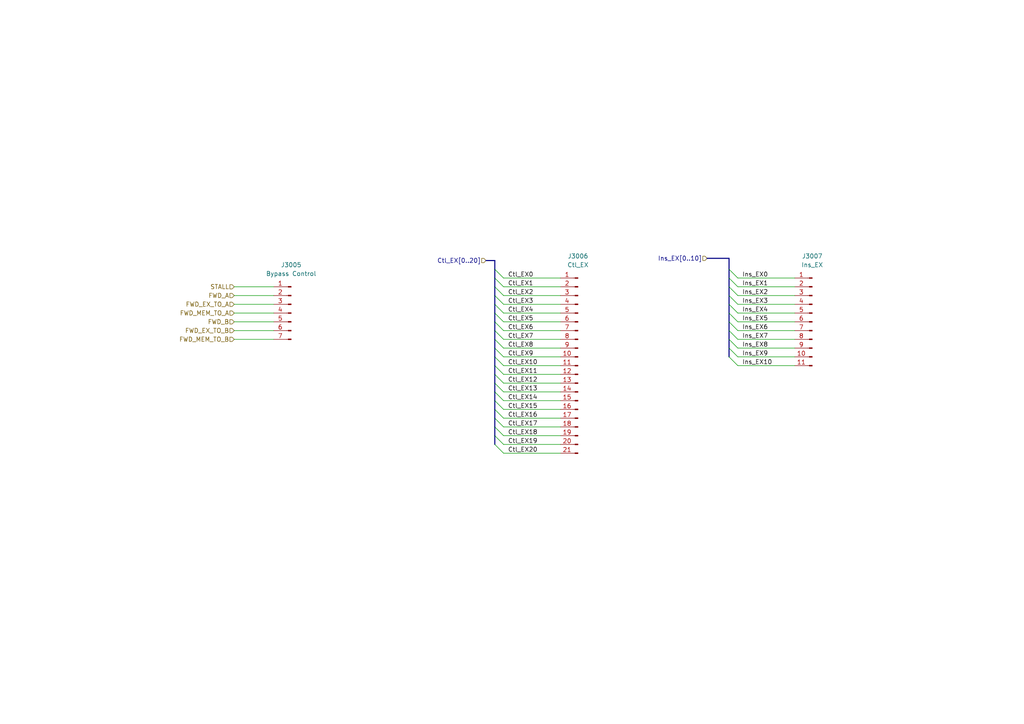
<source format=kicad_sch>
(kicad_sch (version 20211123) (generator eeschema)
  (paper "A4")
  (lib_symbols
    (symbol "Connector:Conn_01x07_Male" (pin_names (offset 1.016) hide)
      (property "Reference" "J" (at 0 10.16 0))
      (property "Value" "Conn_01x07_Male" (at 0 -10.16 0))
      (symbol "Conn_01x07_Male_1_1"
        (polyline (pts (xy 1.27 -7.62) (xy 0.8636 -7.62)) (stroke (width 0.1524)))
        (polyline (pts (xy 1.27 -5.08) (xy 0.8636 -5.08)) (stroke (width 0.1524)))
        (polyline (pts (xy 1.27 -2.54) (xy 0.8636 -2.54)) (stroke (width 0.1524)))
        (polyline (pts (xy 1.27 0) (xy 0.8636 0)) (stroke (width 0.1524)))
        (polyline (pts (xy 1.27 2.54) (xy 0.8636 2.54)) (stroke (width 0.1524)))
        (polyline (pts (xy 1.27 5.08) (xy 0.8636 5.08)) (stroke (width 0.1524)))
        (polyline (pts (xy 1.27 7.62) (xy 0.8636 7.62)) (stroke (width 0.1524)))
        (rectangle (start 0.8636 -7.493) (end 0 -7.747) (stroke (width 0.1524)) (fill (type outline)))
        (rectangle (start 0.8636 -4.953) (end 0 -5.207) (stroke (width 0.1524)) (fill (type outline)))
        (rectangle (start 0.8636 -2.413) (end 0 -2.667) (stroke (width 0.1524)) (fill (type outline)))
        (rectangle (start 0.8636 0.127) (end 0 -0.127) (stroke (width 0.1524)) (fill (type outline)))
        (rectangle (start 0.8636 2.667) (end 0 2.413) (stroke (width 0.1524)) (fill (type outline)))
        (rectangle (start 0.8636 5.207) (end 0 4.953) (stroke (width 0.1524)) (fill (type outline)))
        (rectangle (start 0.8636 7.747) (end 0 7.493) (stroke (width 0.1524)) (fill (type outline)))
        (pin passive line (at 5.08 7.62 180) (length 3.81) (name "Pin_1") (number "1"))
        (pin passive line (at 5.08 5.08 180) (length 3.81) (name "Pin_2") (number "2"))
        (pin passive line (at 5.08 2.54 180) (length 3.81) (name "Pin_3") (number "3"))
        (pin passive line (at 5.08 0 180) (length 3.81) (name "Pin_4") (number "4"))
        (pin passive line (at 5.08 -2.54 180) (length 3.81) (name "Pin_5") (number "5"))
        (pin passive line (at 5.08 -5.08 180) (length 3.81) (name "Pin_6") (number "6"))
        (pin passive line (at 5.08 -7.62 180) (length 3.81) (name "Pin_7") (number "7"))
      )
    )
    (symbol "Connector:Conn_01x11_Male" (pin_names (offset 1.016) hide)
      (property "Reference" "J" (at 0 15.24 0))
      (property "Value" "Conn_01x11_Male" (at 0 -15.24 0))
      (symbol "Conn_01x11_Male_1_1"
        (polyline (pts (xy 1.27 -12.7) (xy 0.8636 -12.7)) (stroke (width 0.1524)))
        (polyline (pts (xy 1.27 -10.16) (xy 0.8636 -10.16)) (stroke (width 0.1524)))
        (polyline (pts (xy 1.27 -7.62) (xy 0.8636 -7.62)) (stroke (width 0.1524)))
        (polyline (pts (xy 1.27 -5.08) (xy 0.8636 -5.08)) (stroke (width 0.1524)))
        (polyline (pts (xy 1.27 -2.54) (xy 0.8636 -2.54)) (stroke (width 0.1524)))
        (polyline (pts (xy 1.27 0) (xy 0.8636 0)) (stroke (width 0.1524)))
        (polyline (pts (xy 1.27 2.54) (xy 0.8636 2.54)) (stroke (width 0.1524)))
        (polyline (pts (xy 1.27 5.08) (xy 0.8636 5.08)) (stroke (width 0.1524)))
        (polyline (pts (xy 1.27 7.62) (xy 0.8636 7.62)) (stroke (width 0.1524)))
        (polyline (pts (xy 1.27 10.16) (xy 0.8636 10.16)) (stroke (width 0.1524)))
        (polyline (pts (xy 1.27 12.7) (xy 0.8636 12.7)) (stroke (width 0.1524)))
        (rectangle (start 0.8636 -12.573) (end 0 -12.827) (stroke (width 0.1524)) (fill (type outline)))
        (rectangle (start 0.8636 -10.033) (end 0 -10.287) (stroke (width 0.1524)) (fill (type outline)))
        (rectangle (start 0.8636 -7.493) (end 0 -7.747) (stroke (width 0.1524)) (fill (type outline)))
        (rectangle (start 0.8636 -4.953) (end 0 -5.207) (stroke (width 0.1524)) (fill (type outline)))
        (rectangle (start 0.8636 -2.413) (end 0 -2.667) (stroke (width 0.1524)) (fill (type outline)))
        (rectangle (start 0.8636 0.127) (end 0 -0.127) (stroke (width 0.1524)) (fill (type outline)))
        (rectangle (start 0.8636 2.667) (end 0 2.413) (stroke (width 0.1524)) (fill (type outline)))
        (rectangle (start 0.8636 5.207) (end 0 4.953) (stroke (width 0.1524)) (fill (type outline)))
        (rectangle (start 0.8636 7.747) (end 0 7.493) (stroke (width 0.1524)) (fill (type outline)))
        (rectangle (start 0.8636 10.287) (end 0 10.033) (stroke (width 0.1524)) (fill (type outline)))
        (rectangle (start 0.8636 12.827) (end 0 12.573) (stroke (width 0.1524)) (fill (type outline)))
        (pin passive line (at 5.08 12.7 180) (length 3.81) (name "Pin_1") (number "1"))
        (pin passive line (at 5.08 -10.16 180) (length 3.81) (name "Pin_10") (number "10"))
        (pin passive line (at 5.08 -12.7 180) (length 3.81) (name "Pin_11") (number "11"))
        (pin passive line (at 5.08 10.16 180) (length 3.81) (name "Pin_2") (number "2"))
        (pin passive line (at 5.08 7.62 180) (length 3.81) (name "Pin_3") (number "3"))
        (pin passive line (at 5.08 5.08 180) (length 3.81) (name "Pin_4") (number "4"))
        (pin passive line (at 5.08 2.54 180) (length 3.81) (name "Pin_5") (number "5"))
        (pin passive line (at 5.08 0 180) (length 3.81) (name "Pin_6") (number "6"))
        (pin passive line (at 5.08 -2.54 180) (length 3.81) (name "Pin_7") (number "7"))
        (pin passive line (at 5.08 -5.08 180) (length 3.81) (name "Pin_8") (number "8"))
        (pin passive line (at 5.08 -7.62 180) (length 3.81) (name "Pin_9") (number "9"))
      )
    )
    (symbol "Connector:Conn_01x21_Male" (pin_names (offset 1.016) hide)
      (property "Reference" "J" (at 0 27.94 0))
      (property "Value" "Conn_01x21_Male" (at 0 -27.94 0))
      (symbol "Conn_01x21_Male_1_1"
        (polyline (pts (xy 1.27 -25.4) (xy 0.8636 -25.4)) (stroke (width 0.1524)))
        (polyline (pts (xy 1.27 -22.86) (xy 0.8636 -22.86)) (stroke (width 0.1524)))
        (polyline (pts (xy 1.27 -20.32) (xy 0.8636 -20.32)) (stroke (width 0.1524)))
        (polyline (pts (xy 1.27 -17.78) (xy 0.8636 -17.78)) (stroke (width 0.1524)))
        (polyline (pts (xy 1.27 -15.24) (xy 0.8636 -15.24)) (stroke (width 0.1524)))
        (polyline (pts (xy 1.27 -12.7) (xy 0.8636 -12.7)) (stroke (width 0.1524)))
        (polyline (pts (xy 1.27 -10.16) (xy 0.8636 -10.16)) (stroke (width 0.1524)))
        (polyline (pts (xy 1.27 -7.62) (xy 0.8636 -7.62)) (stroke (width 0.1524)))
        (polyline (pts (xy 1.27 -5.08) (xy 0.8636 -5.08)) (stroke (width 0.1524)))
        (polyline (pts (xy 1.27 -2.54) (xy 0.8636 -2.54)) (stroke (width 0.1524)))
        (polyline (pts (xy 1.27 0) (xy 0.8636 0)) (stroke (width 0.1524)))
        (polyline (pts (xy 1.27 2.54) (xy 0.8636 2.54)) (stroke (width 0.1524)))
        (polyline (pts (xy 1.27 5.08) (xy 0.8636 5.08)) (stroke (width 0.1524)))
        (polyline (pts (xy 1.27 7.62) (xy 0.8636 7.62)) (stroke (width 0.1524)))
        (polyline (pts (xy 1.27 10.16) (xy 0.8636 10.16)) (stroke (width 0.1524)))
        (polyline (pts (xy 1.27 12.7) (xy 0.8636 12.7)) (stroke (width 0.1524)))
        (polyline (pts (xy 1.27 15.24) (xy 0.8636 15.24)) (stroke (width 0.1524)))
        (polyline (pts (xy 1.27 17.78) (xy 0.8636 17.78)) (stroke (width 0.1524)))
        (polyline (pts (xy 1.27 20.32) (xy 0.8636 20.32)) (stroke (width 0.1524)))
        (polyline (pts (xy 1.27 22.86) (xy 0.8636 22.86)) (stroke (width 0.1524)))
        (polyline (pts (xy 1.27 25.4) (xy 0.8636 25.4)) (stroke (width 0.1524)))
        (rectangle (start 0.8636 -25.273) (end 0 -25.527) (stroke (width 0.1524)) (fill (type outline)))
        (rectangle (start 0.8636 -22.733) (end 0 -22.987) (stroke (width 0.1524)) (fill (type outline)))
        (rectangle (start 0.8636 -20.193) (end 0 -20.447) (stroke (width 0.1524)) (fill (type outline)))
        (rectangle (start 0.8636 -17.653) (end 0 -17.907) (stroke (width 0.1524)) (fill (type outline)))
        (rectangle (start 0.8636 -15.113) (end 0 -15.367) (stroke (width 0.1524)) (fill (type outline)))
        (rectangle (start 0.8636 -12.573) (end 0 -12.827) (stroke (width 0.1524)) (fill (type outline)))
        (rectangle (start 0.8636 -10.033) (end 0 -10.287) (stroke (width 0.1524)) (fill (type outline)))
        (rectangle (start 0.8636 -7.493) (end 0 -7.747) (stroke (width 0.1524)) (fill (type outline)))
        (rectangle (start 0.8636 -4.953) (end 0 -5.207) (stroke (width 0.1524)) (fill (type outline)))
        (rectangle (start 0.8636 -2.413) (end 0 -2.667) (stroke (width 0.1524)) (fill (type outline)))
        (rectangle (start 0.8636 0.127) (end 0 -0.127) (stroke (width 0.1524)) (fill (type outline)))
        (rectangle (start 0.8636 2.667) (end 0 2.413) (stroke (width 0.1524)) (fill (type outline)))
        (rectangle (start 0.8636 5.207) (end 0 4.953) (stroke (width 0.1524)) (fill (type outline)))
        (rectangle (start 0.8636 7.747) (end 0 7.493) (stroke (width 0.1524)) (fill (type outline)))
        (rectangle (start 0.8636 10.287) (end 0 10.033) (stroke (width 0.1524)) (fill (type outline)))
        (rectangle (start 0.8636 12.827) (end 0 12.573) (stroke (width 0.1524)) (fill (type outline)))
        (rectangle (start 0.8636 15.367) (end 0 15.113) (stroke (width 0.1524)) (fill (type outline)))
        (rectangle (start 0.8636 17.907) (end 0 17.653) (stroke (width 0.1524)) (fill (type outline)))
        (rectangle (start 0.8636 20.447) (end 0 20.193) (stroke (width 0.1524)) (fill (type outline)))
        (rectangle (start 0.8636 22.987) (end 0 22.733) (stroke (width 0.1524)) (fill (type outline)))
        (rectangle (start 0.8636 25.527) (end 0 25.273) (stroke (width 0.1524)) (fill (type outline)))
        (pin passive line (at 5.08 25.4 180) (length 3.81) (name "Pin_1") (number "1"))
        (pin passive line (at 5.08 2.54 180) (length 3.81) (name "Pin_10") (number "10"))
        (pin passive line (at 5.08 0 180) (length 3.81) (name "Pin_11") (number "11"))
        (pin passive line (at 5.08 -2.54 180) (length 3.81) (name "Pin_12") (number "12"))
        (pin passive line (at 5.08 -5.08 180) (length 3.81) (name "Pin_13") (number "13"))
        (pin passive line (at 5.08 -7.62 180) (length 3.81) (name "Pin_14") (number "14"))
        (pin passive line (at 5.08 -10.16 180) (length 3.81) (name "Pin_15") (number "15"))
        (pin passive line (at 5.08 -12.7 180) (length 3.81) (name "Pin_16") (number "16"))
        (pin passive line (at 5.08 -15.24 180) (length 3.81) (name "Pin_17") (number "17"))
        (pin passive line (at 5.08 -17.78 180) (length 3.81) (name "Pin_18") (number "18"))
        (pin passive line (at 5.08 -20.32 180) (length 3.81) (name "Pin_19") (number "19"))
        (pin passive line (at 5.08 22.86 180) (length 3.81) (name "Pin_2") (number "2"))
        (pin passive line (at 5.08 -22.86 180) (length 3.81) (name "Pin_20") (number "20"))
        (pin passive line (at 5.08 -25.4 180) (length 3.81) (name "Pin_21") (number "21"))
        (pin passive line (at 5.08 20.32 180) (length 3.81) (name "Pin_3") (number "3"))
        (pin passive line (at 5.08 17.78 180) (length 3.81) (name "Pin_4") (number "4"))
        (pin passive line (at 5.08 15.24 180) (length 3.81) (name "Pin_5") (number "5"))
        (pin passive line (at 5.08 12.7 180) (length 3.81) (name "Pin_6") (number "6"))
        (pin passive line (at 5.08 10.16 180) (length 3.81) (name "Pin_7") (number "7"))
        (pin passive line (at 5.08 7.62 180) (length 3.81) (name "Pin_8") (number "8"))
        (pin passive line (at 5.08 5.08 180) (length 3.81) (name "Pin_9") (number "9"))
      )
    )
  )
  (bus_entry (at 143.51 80.645) (size 2.54 2.54))
  (bus_entry (at 143.51 78.105) (size 2.54 2.54))
  (bus_entry (at 143.51 126.365) (size 2.54 2.54))
  (bus_entry (at 143.51 98.425) (size 2.54 2.54))
  (bus_entry (at 143.51 103.505) (size 2.54 2.54))
  (bus_entry (at 143.51 93.345) (size 2.54 2.54))
  (bus_entry (at 211.455 100.965) (size 2.54 2.54))
  (bus_entry (at 143.51 113.665) (size 2.54 2.54))
  (bus_entry (at 143.51 128.905) (size 2.54 2.54))
  (bus_entry (at 143.51 95.885) (size 2.54 2.54))
  (bus_entry (at 211.455 78.105) (size 2.54 2.54))
  (bus_entry (at 143.51 108.585) (size 2.54 2.54))
  (bus_entry (at 143.51 100.965) (size 2.54 2.54))
  (bus_entry (at 143.51 90.805) (size 2.54 2.54))
  (bus_entry (at 211.455 80.645) (size 2.54 2.54))
  (bus_entry (at 211.455 95.885) (size 2.54 2.54))
  (bus_entry (at 211.455 83.185) (size 2.54 2.54))
  (bus_entry (at 143.51 106.045) (size 2.54 2.54))
  (bus_entry (at 211.455 88.265) (size 2.54 2.54))
  (bus_entry (at 211.455 93.345) (size 2.54 2.54))
  (bus_entry (at 211.455 98.425) (size 2.54 2.54))
  (bus_entry (at 143.51 83.185) (size 2.54 2.54))
  (bus_entry (at 143.51 116.205) (size 2.54 2.54))
  (bus_entry (at 143.51 121.285) (size 2.54 2.54))
  (bus_entry (at 143.51 111.125) (size 2.54 2.54))
  (bus_entry (at 211.455 103.505) (size 2.54 2.54))
  (bus_entry (at 143.51 85.725) (size 2.54 2.54))
  (bus_entry (at 211.455 85.725) (size 2.54 2.54))
  (bus_entry (at 143.51 118.745) (size 2.54 2.54))
  (bus_entry (at 211.455 90.805) (size 2.54 2.54))
  (bus_entry (at 143.51 88.265) (size 2.54 2.54))
  (bus_entry (at 143.51 123.825) (size 2.54 2.54))
  (bus (pts (xy 211.455 90.805) (xy 211.455 93.345)))
  (bus (pts (xy 143.51 121.285) (xy 143.51 123.825)))
  (wire (pts (xy 146.05 85.725) (xy 162.56 85.725)))
  (bus (pts (xy 143.51 83.185) (xy 143.51 85.725)))
  (bus (pts (xy 211.455 74.93) (xy 211.455 78.105)))
  (bus (pts (xy 143.51 116.205) (xy 143.51 118.745)))
  (wire (pts (xy 146.05 128.905) (xy 162.56 128.905)))
  (bus (pts (xy 143.51 88.265) (xy 143.51 90.805)))
  (bus (pts (xy 143.51 98.425) (xy 143.51 100.965)))
  (bus (pts (xy 211.455 83.185) (xy 211.455 85.725)))
  (wire (pts (xy 146.05 111.125) (xy 162.56 111.125)))
  (wire (pts (xy 146.05 126.365) (xy 162.56 126.365)))
  (bus (pts (xy 211.455 78.105) (xy 211.455 80.645)))
  (wire (pts (xy 213.995 83.185) (xy 230.505 83.185)))
  (bus (pts (xy 143.51 123.825) (xy 143.51 126.365)))
  (wire (pts (xy 67.945 85.725) (xy 79.375 85.725)))
  (wire (pts (xy 67.945 98.425) (xy 79.375 98.425)))
  (bus (pts (xy 143.51 93.345) (xy 143.51 95.885)))
  (wire (pts (xy 213.995 95.885) (xy 230.505 95.885)))
  (wire (pts (xy 146.05 103.505) (xy 162.56 103.505)))
  (wire (pts (xy 146.05 100.965) (xy 162.56 100.965)))
  (wire (pts (xy 146.05 121.285) (xy 162.56 121.285)))
  (wire (pts (xy 146.05 108.585) (xy 162.56 108.585)))
  (bus (pts (xy 205.105 74.93) (xy 211.455 74.93)))
  (wire (pts (xy 213.995 88.265) (xy 230.505 88.265)))
  (bus (pts (xy 211.455 85.725) (xy 211.455 88.265)))
  (wire (pts (xy 146.05 113.665) (xy 162.56 113.665)))
  (wire (pts (xy 146.05 80.645) (xy 162.56 80.645)))
  (wire (pts (xy 213.995 98.425) (xy 230.505 98.425)))
  (bus (pts (xy 143.51 118.745) (xy 143.51 121.285)))
  (bus (pts (xy 211.455 93.345) (xy 211.455 95.885)))
  (bus (pts (xy 143.51 80.645) (xy 143.51 83.185)))
  (wire (pts (xy 67.945 90.805) (xy 79.375 90.805)))
  (bus (pts (xy 143.51 108.585) (xy 143.51 111.125)))
  (bus (pts (xy 143.51 126.365) (xy 143.51 128.905)))
  (bus (pts (xy 211.455 100.965) (xy 211.455 103.505)))
  (bus (pts (xy 143.51 100.965) (xy 143.51 103.505)))
  (wire (pts (xy 213.995 93.345) (xy 230.505 93.345)))
  (bus (pts (xy 211.455 95.885) (xy 211.455 98.425)))
  (bus (pts (xy 143.51 106.045) (xy 143.51 108.585)))
  (wire (pts (xy 213.995 90.805) (xy 230.505 90.805)))
  (wire (pts (xy 146.05 88.265) (xy 162.56 88.265)))
  (wire (pts (xy 146.05 123.825) (xy 162.56 123.825)))
  (wire (pts (xy 146.05 93.345) (xy 162.56 93.345)))
  (wire (pts (xy 213.995 85.725) (xy 230.505 85.725)))
  (wire (pts (xy 146.05 106.045) (xy 162.56 106.045)))
  (wire (pts (xy 213.995 103.505) (xy 230.505 103.505)))
  (bus (pts (xy 140.97 75.565) (xy 143.51 75.565)))
  (bus (pts (xy 143.51 90.805) (xy 143.51 93.345)))
  (wire (pts (xy 213.995 106.045) (xy 230.505 106.045)))
  (wire (pts (xy 146.05 90.805) (xy 162.56 90.805)))
  (bus (pts (xy 143.51 95.885) (xy 143.51 98.425)))
  (wire (pts (xy 146.05 116.205) (xy 162.56 116.205)))
  (wire (pts (xy 67.945 95.885) (xy 79.375 95.885)))
  (wire (pts (xy 146.05 98.425) (xy 162.56 98.425)))
  (wire (pts (xy 146.05 83.185) (xy 162.56 83.185)))
  (wire (pts (xy 146.05 95.885) (xy 162.56 95.885)))
  (wire (pts (xy 146.05 118.745) (xy 162.56 118.745)))
  (bus (pts (xy 143.51 103.505) (xy 143.51 106.045)))
  (wire (pts (xy 213.995 100.965) (xy 230.505 100.965)))
  (wire (pts (xy 67.945 93.345) (xy 79.375 93.345)))
  (bus (pts (xy 211.455 80.645) (xy 211.455 83.185)))
  (wire (pts (xy 67.945 83.185) (xy 79.375 83.185)))
  (bus (pts (xy 211.455 98.425) (xy 211.455 100.965)))
  (wire (pts (xy 146.05 131.445) (xy 162.56 131.445)))
  (bus (pts (xy 211.455 88.265) (xy 211.455 90.805)))
  (bus (pts (xy 143.51 111.125) (xy 143.51 113.665)))
  (bus (pts (xy 143.51 113.665) (xy 143.51 116.205)))
  (bus (pts (xy 143.51 75.565) (xy 143.51 78.105)))
  (bus (pts (xy 143.51 78.105) (xy 143.51 80.645)))
  (bus (pts (xy 143.51 85.725) (xy 143.51 88.265)))
  (wire (pts (xy 213.995 80.645) (xy 230.505 80.645)))
  (wire (pts (xy 67.945 88.265) (xy 79.375 88.265)))
  (label "Ctl_EX7" (at 147.32 98.425 0))
  (label "Ctl_EX3" (at 147.32 88.265 0))
  (label "Ins_EX10" (at 215.265 106.045 0))
  (label "Ctl_EX10" (at 147.32 106.045 0))
  (label "Ins_EX9" (at 215.265 103.505 0))
  (label "Ctl_EX15" (at 147.32 118.745 0))
  (label "Ctl_EX20" (at 147.32 131.445 0))
  (label "Ins_EX3" (at 215.265 88.265 0))
  (label "Ins_EX6" (at 215.265 95.885 0))
  (label "Ctl_EX17" (at 147.32 123.825 0))
  (label "Ins_EX2" (at 215.265 85.725 0))
  (label "Ctl_EX13" (at 147.32 113.665 0))
  (label "Ctl_EX19" (at 147.32 128.905 0))
  (label "Ins_EX0" (at 215.265 80.645 0))
  (label "Ctl_EX4" (at 147.32 90.805 0))
  (label "Ctl_EX5" (at 147.32 93.345 0))
  (label "Ctl_EX9" (at 147.32 103.505 0))
  (label "Ctl_EX6" (at 147.32 95.885 0))
  (label "Ctl_EX11" (at 147.32 108.585 0))
  (label "Ctl_EX2" (at 147.32 85.725 0))
  (label "Ins_EX4" (at 215.265 90.805 0))
  (label "Ins_EX1" (at 215.265 83.185 0))
  (label "Ctl_EX18" (at 147.32 126.365 0))
  (label "Ctl_EX0" (at 147.32 80.645 0))
  (label "Ctl_EX16" (at 147.32 121.285 0))
  (label "Ctl_EX12" (at 147.32 111.125 0))
  (label "Ctl_EX14" (at 147.32 116.205 0))
  (label "Ctl_EX1" (at 147.32 83.185 0))
  (label "Ins_EX7" (at 215.265 98.425 0))
  (label "Ins_EX5" (at 215.265 93.345 0))
  (label "Ins_EX8" (at 215.265 100.965 0))
  (label "Ctl_EX8" (at 147.32 100.965 0))
  (hierarchical_label "Ins_EX[0..10]" (shape input) (at 205.105 74.93 180))
  (hierarchical_label "FWD_MEM_TO_A" (shape input) (at 67.945 90.805 180))
  (hierarchical_label "STALL" (shape input) (at 67.945 83.185 180))
  (hierarchical_label "FWD_EX_TO_B" (shape input) (at 67.945 95.885 180))
  (hierarchical_label "Ctl_EX[0..20]" (shape input) (at 140.97 75.565 180))
  (hierarchical_label "FWD_A" (shape input) (at 67.945 85.725 180))
  (hierarchical_label "FWD_EX_TO_A" (shape input) (at 67.945 88.265 180))
  (hierarchical_label "FWD_MEM_TO_B" (shape input) (at 67.945 98.425 180))
  (hierarchical_label "FWD_B" (shape input) (at 67.945 93.345 180))
  (symbol (lib_id "Connector:Conn_01x11_Male") (at 235.585 93.345 0) (mirror y) (unit 1)
    (property "Reference" "J3007" (at 235.585 74.295 0))
    (property "Value" "Ins_EX" (at 235.585 76.835 0))
    (property "Footprint" "Connector_PinHeader_2.54mm:PinHeader_1x11_P2.54mm_Vertical" (effects hide))
  )
  (symbol (lib_id "Connector:Conn_01x07_Male") (at 84.455 90.805 0) (mirror y) (unit 1)
    (property "Reference" "J3005" (at 84.455 76.835 0))
    (property "Value" "Bypass Control" (at 84.455 79.375 0))
    (property "Footprint" "Connector_PinHeader_2.54mm:PinHeader_1x07_P2.54mm_Vertical" (effects hide))
  )
  (symbol (lib_id "Connector:Conn_01x21_Male") (at 167.64 106.045 0) (mirror y) (unit 1)
    (property "Reference" "J3006" (at 167.64 74.295 0))
    (property "Value" "Ctl_EX" (at 167.64 76.835 0))
    (property "Footprint" "Connector_PinHeader_2.54mm:PinHeader_1x21_P2.54mm_Vertical" (effects hide))
  )
)
</source>
